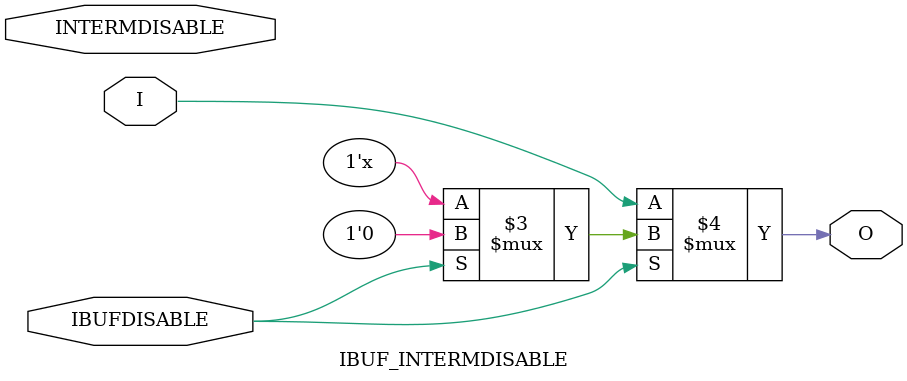
<source format=v>

`timescale  1 ps / 1 ps


module IBUF_INTERMDISABLE (O, I, IBUFDISABLE, INTERMDISABLE);

    parameter CAPACITANCE = "DONT_CARE";
    parameter IBUF_DELAY_VALUE = "0";
    parameter IBUF_LOW_PWR = "TRUE";
    parameter IFD_DELAY_VALUE = "AUTO";
    parameter IOSTANDARD = "DEFAULT";
    
    output O;

    input  I;
    input  IBUFDISABLE;
    input  INTERMDISABLE;

    initial begin
	
        case (CAPACITANCE)

            "LOW", "NORMAL", "DONT_CARE" : ;
            default : begin
                          $display("Attribute Syntax Error : The attribute CAPACITANCE on IBUF_INTERMDISABLE instance %m is set to %s.  Legal values for this attribute are DONT_CARE, LOW or NORMAL.", CAPACITANCE);
                          $finish;
                      end

        endcase


	case (IBUF_DELAY_VALUE)

            "0", "1", "2", "3", "4", "5", "6", "7", "8", "9", "10", "11", "12", "13", "14", "15", "16" : ;
            default : begin
                          $display("Attribute Syntax Error : The attribute IBUF_DELAY_VALUE on IBUF_INTERMDISABLE instance %m is set to %s.  Legal values for this attribute are 0, 1, 2, ... or 16.", IBUF_DELAY_VALUE);
                          $finish;
                      end

        endcase

        case (IBUF_LOW_PWR)

            "FALSE", "TRUE" : ;
            default : begin
                          $display("Attribute Syntax Error : The attribute IBUF_LOW_PWR on IBUF_INTERMDISABLE instance %m is set to %s.  Legal values for this attribute are TRUE or FALSE.", IBUF_LOW_PWR);
                          $finish;
                      end

        endcase


	case (IFD_DELAY_VALUE)

            "AUTO", "0", "1", "2", "3", "4", "5", "6", "7", "8" : ;
            default : begin
                          $display("Attribute Syntax Error : The attribute IFD_DELAY_VALUE on IBUF_INTERMDISABLE instance %m is set to %s.  Legal values for this attribute are AUTO, 0, 1, 2, ... or 8.", IFD_DELAY_VALUE);
                          $finish;
                      end

	endcase
	
    end

   assign O = (IBUFDISABLE == 0)? I : (IBUFDISABLE == 1)? 1'b0  : 1'bx;
endmodule

</source>
